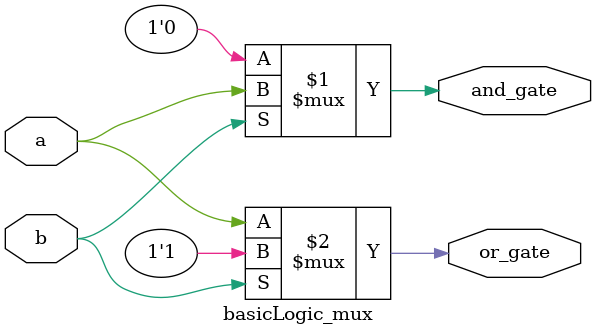
<source format=v>
`timescale 1ns / 1ps

module basicLogic_mux(
    input a,b,
    output and_gate,or_gate
    );
    assign and_gate=b?a:1'b0;
    assign or_gate=b?1'b1:a;
endmodule

</source>
